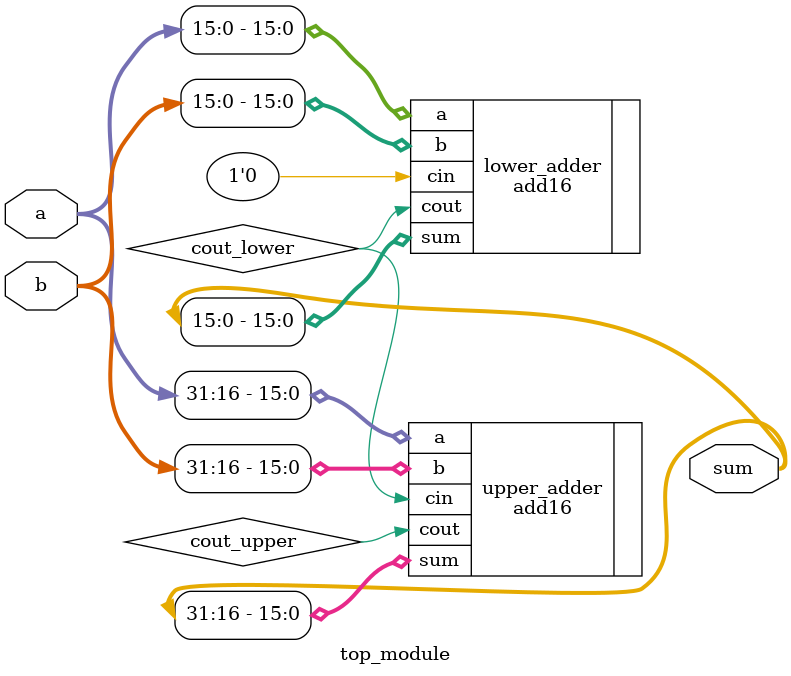
<source format=v>
module top_module (
    input [31:0] a,
    input [31:0] b,
    output [31:0] sum
);
    wire cout_lower, cout_upper;
    
    add16 lower_adder (
        .a(a[15:0]),
        .b(b[15:0]),
        .cin(1'b0),
        .sum(sum[15:0]),
        .cout(cout_lower)
    );

    add16 upper_adder (
        .a(a[31:16]),
        .b(b[31:16]),
        .cin(cout_lower),
        .sum(sum[31:16]),
        .cout(cout_upper)
    );
endmodule
</source>
